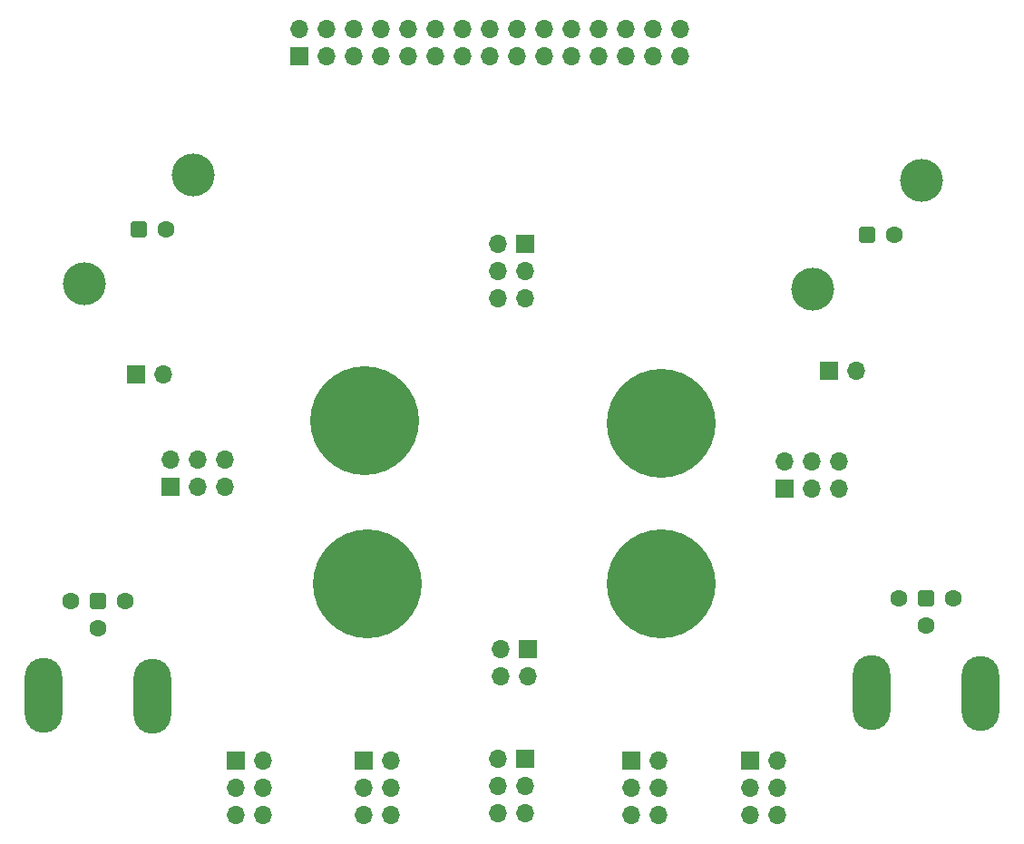
<source format=gbs>
%TF.GenerationSoftware,KiCad,Pcbnew,8.0.7*%
%TF.CreationDate,2024-12-31T21:00:06-05:00*%
%TF.ProjectId,Digilent_AD_Breakout,44696769-6c65-46e7-945f-41445f427265,rev?*%
%TF.SameCoordinates,Original*%
%TF.FileFunction,Soldermask,Bot*%
%TF.FilePolarity,Negative*%
%FSLAX46Y46*%
G04 Gerber Fmt 4.6, Leading zero omitted, Abs format (unit mm)*
G04 Created by KiCad (PCBNEW 8.0.7) date 2024-12-31 21:00:06*
%MOMM*%
%LPD*%
G01*
G04 APERTURE LIST*
G04 Aperture macros list*
%AMRoundRect*
0 Rectangle with rounded corners*
0 $1 Rounding radius*
0 $2 $3 $4 $5 $6 $7 $8 $9 X,Y pos of 4 corners*
0 Add a 4 corners polygon primitive as box body*
4,1,4,$2,$3,$4,$5,$6,$7,$8,$9,$2,$3,0*
0 Add four circle primitives for the rounded corners*
1,1,$1+$1,$2,$3*
1,1,$1+$1,$4,$5*
1,1,$1+$1,$6,$7*
1,1,$1+$1,$8,$9*
0 Add four rect primitives between the rounded corners*
20,1,$1+$1,$2,$3,$4,$5,0*
20,1,$1+$1,$4,$5,$6,$7,0*
20,1,$1+$1,$6,$7,$8,$9,0*
20,1,$1+$1,$8,$9,$2,$3,0*%
G04 Aperture macros list end*
%ADD10R,1.700000X1.700000*%
%ADD11O,1.700000X1.700000*%
%ADD12C,10.160000*%
%ADD13C,1.600000*%
%ADD14RoundRect,0.400000X0.400000X0.400000X-0.400000X0.400000X-0.400000X-0.400000X0.400000X-0.400000X0*%
%ADD15O,3.500000X7.000000*%
%ADD16C,4.000000*%
G04 APERTURE END LIST*
D10*
%TO.C,J14*%
X48509000Y-84089000D03*
D11*
X51049000Y-84089000D03*
X48509000Y-86629000D03*
X51049000Y-86629000D03*
X48509000Y-89169000D03*
X51049000Y-89169000D03*
%TD*%
D12*
%TO.C,J18*%
X48768000Y-67564000D03*
%TD*%
D11*
%TO.C,J11*%
X60980000Y-89049000D03*
X63520000Y-89049000D03*
X60980000Y-86509000D03*
X63520000Y-86509000D03*
X60980000Y-83969000D03*
D10*
X63520000Y-83969000D03*
%TD*%
D12*
%TO.C,J19*%
X76200000Y-67564000D03*
%TD*%
D13*
%TO.C,J2*%
X21082000Y-69210000D03*
X23622000Y-71750000D03*
X26162000Y-69210000D03*
D14*
X23622000Y-69210000D03*
D15*
X18542000Y-78000000D03*
X28702000Y-78100000D03*
%TD*%
D10*
%TO.C,J4*%
X30460000Y-58500000D03*
D11*
X30460000Y-55960000D03*
X33000000Y-58500000D03*
X33000000Y-55960000D03*
X35540000Y-58500000D03*
X35540000Y-55960000D03*
%TD*%
D10*
%TO.C,J5*%
X87759000Y-58718464D03*
D11*
X87759000Y-56178464D03*
X90299000Y-58718464D03*
X90299000Y-56178464D03*
X92839000Y-58718464D03*
X92839000Y-56178464D03*
%TD*%
D12*
%TO.C,J17*%
X48514000Y-52324000D03*
%TD*%
D13*
%TO.C,J8*%
X30000000Y-34500000D03*
D14*
X27460000Y-34500000D03*
D16*
X32540000Y-29420000D03*
X22380000Y-39580000D03*
%TD*%
D13*
%TO.C,J3*%
X98460000Y-68950000D03*
X101000000Y-71490000D03*
X103540000Y-68950000D03*
D14*
X101000000Y-68950000D03*
D15*
X95920000Y-77740000D03*
X106080000Y-77840000D03*
%TD*%
D13*
%TO.C,J9*%
X98000000Y-35000000D03*
D14*
X95460000Y-35000000D03*
D16*
X100540000Y-29920000D03*
X90380000Y-40080000D03*
%TD*%
D10*
%TO.C,J16*%
X73406000Y-84074000D03*
D11*
X75946000Y-84074000D03*
X73406000Y-86614000D03*
X75946000Y-86614000D03*
X73406000Y-89154000D03*
X75946000Y-89154000D03*
%TD*%
%TO.C,J12*%
X94439000Y-47698000D03*
D10*
X91899000Y-47698000D03*
%TD*%
D12*
%TO.C,J20*%
X76200000Y-52578000D03*
%TD*%
D10*
%TO.C,J10*%
X27225000Y-48000000D03*
D11*
X29765000Y-48000000D03*
%TD*%
%TO.C,J7*%
X87117000Y-89169000D03*
X84577000Y-89169000D03*
X87117000Y-86629000D03*
X84577000Y-86629000D03*
X87117000Y-84089000D03*
D10*
X84577000Y-84089000D03*
%TD*%
%TO.C,J15*%
X63775000Y-73725000D03*
D11*
X63775000Y-76265000D03*
X61235000Y-73725000D03*
X61235000Y-76265000D03*
%TD*%
%TO.C,J6*%
X39040000Y-89169000D03*
X36500000Y-89169000D03*
X39040000Y-86629000D03*
X36500000Y-86629000D03*
X39040000Y-84089000D03*
D10*
X36500000Y-84089000D03*
%TD*%
%TO.C,J13*%
X63520000Y-35829000D03*
D11*
X60980000Y-35829000D03*
X63520000Y-38369000D03*
X60980000Y-38369000D03*
X63520000Y-40909000D03*
X60980000Y-40909000D03*
%TD*%
D10*
%TO.C,J1*%
X42418000Y-18288000D03*
D11*
X42418000Y-15748000D03*
X44958000Y-18288000D03*
X44958000Y-15748000D03*
X47498000Y-18288000D03*
X47498000Y-15748000D03*
X50038000Y-18288000D03*
X50038000Y-15748000D03*
X52578000Y-18288000D03*
X52578000Y-15748000D03*
X55118000Y-18288000D03*
X55118000Y-15748000D03*
X57658000Y-18288000D03*
X57658000Y-15748000D03*
X60198000Y-18288000D03*
X60198000Y-15748000D03*
X62738000Y-18288000D03*
X62738000Y-15748000D03*
X65278000Y-18288000D03*
X65278000Y-15748000D03*
X67818000Y-18288000D03*
X67818000Y-15748000D03*
X70358000Y-18288000D03*
X70358000Y-15748000D03*
X72898000Y-18288000D03*
X72898000Y-15748000D03*
X75438000Y-18288000D03*
X75438000Y-15748000D03*
X77978000Y-18288000D03*
X77978000Y-15748000D03*
%TD*%
M02*

</source>
